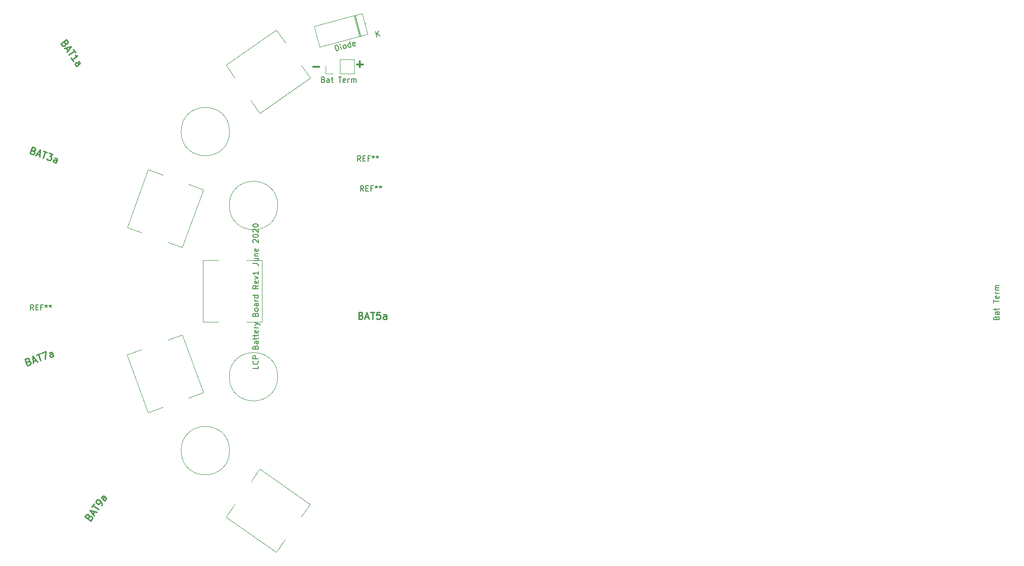
<source format=gbr>
G04 #@! TF.GenerationSoftware,KiCad,Pcbnew,(5.1.5)-3*
G04 #@! TF.CreationDate,2020-06-25T14:03:02-07:00*
G04 #@! TF.ProjectId,LCP_Battery,4c43505f-4261-4747-9465-72792e6b6963,rev?*
G04 #@! TF.SameCoordinates,Original*
G04 #@! TF.FileFunction,Legend,Top*
G04 #@! TF.FilePolarity,Positive*
%FSLAX46Y46*%
G04 Gerber Fmt 4.6, Leading zero omitted, Abs format (unit mm)*
G04 Created by KiCad (PCBNEW (5.1.5)-3) date 2020-06-25 14:03:02*
%MOMM*%
%LPD*%
G04 APERTURE LIST*
%ADD10C,0.150000*%
%ADD11C,0.300000*%
%ADD12C,0.120000*%
%ADD13C,0.100000*%
%ADD14C,0.254000*%
G04 APERTURE END LIST*
D10*
X105864920Y-102974443D02*
X105864920Y-103450634D01*
X104864920Y-103450634D01*
X105769682Y-102069681D02*
X105817301Y-102117300D01*
X105864920Y-102260158D01*
X105864920Y-102355396D01*
X105817301Y-102498253D01*
X105722063Y-102593491D01*
X105626825Y-102641110D01*
X105436349Y-102688729D01*
X105293492Y-102688729D01*
X105103016Y-102641110D01*
X105007778Y-102593491D01*
X104912540Y-102498253D01*
X104864920Y-102355396D01*
X104864920Y-102260158D01*
X104912540Y-102117300D01*
X104960159Y-102069681D01*
X105864920Y-101641110D02*
X104864920Y-101641110D01*
X104864920Y-101260158D01*
X104912540Y-101164920D01*
X104960159Y-101117300D01*
X105055397Y-101069681D01*
X105198254Y-101069681D01*
X105293492Y-101117300D01*
X105341111Y-101164920D01*
X105388730Y-101260158D01*
X105388730Y-101641110D01*
X105341111Y-99545872D02*
X105388730Y-99403015D01*
X105436349Y-99355396D01*
X105531587Y-99307777D01*
X105674444Y-99307777D01*
X105769682Y-99355396D01*
X105817301Y-99403015D01*
X105864920Y-99498253D01*
X105864920Y-99879205D01*
X104864920Y-99879205D01*
X104864920Y-99545872D01*
X104912540Y-99450634D01*
X104960159Y-99403015D01*
X105055397Y-99355396D01*
X105150635Y-99355396D01*
X105245873Y-99403015D01*
X105293492Y-99450634D01*
X105341111Y-99545872D01*
X105341111Y-99879205D01*
X105864920Y-98450634D02*
X105341111Y-98450634D01*
X105245873Y-98498253D01*
X105198254Y-98593491D01*
X105198254Y-98783967D01*
X105245873Y-98879205D01*
X105817301Y-98450634D02*
X105864920Y-98545872D01*
X105864920Y-98783967D01*
X105817301Y-98879205D01*
X105722063Y-98926824D01*
X105626825Y-98926824D01*
X105531587Y-98879205D01*
X105483968Y-98783967D01*
X105483968Y-98545872D01*
X105436349Y-98450634D01*
X105198254Y-98117300D02*
X105198254Y-97736348D01*
X104864920Y-97974443D02*
X105722063Y-97974443D01*
X105817301Y-97926824D01*
X105864920Y-97831586D01*
X105864920Y-97736348D01*
X105198254Y-97545872D02*
X105198254Y-97164920D01*
X104864920Y-97403015D02*
X105722063Y-97403015D01*
X105817301Y-97355396D01*
X105864920Y-97260158D01*
X105864920Y-97164920D01*
X105817301Y-96450634D02*
X105864920Y-96545872D01*
X105864920Y-96736348D01*
X105817301Y-96831586D01*
X105722063Y-96879205D01*
X105341111Y-96879205D01*
X105245873Y-96831586D01*
X105198254Y-96736348D01*
X105198254Y-96545872D01*
X105245873Y-96450634D01*
X105341111Y-96403015D01*
X105436349Y-96403015D01*
X105531587Y-96879205D01*
X105864920Y-95974443D02*
X105198254Y-95974443D01*
X105388730Y-95974443D02*
X105293492Y-95926824D01*
X105245873Y-95879205D01*
X105198254Y-95783967D01*
X105198254Y-95688729D01*
X105198254Y-95450634D02*
X105864920Y-95212539D01*
X105198254Y-94974443D02*
X105864920Y-95212539D01*
X106103016Y-95307777D01*
X106150635Y-95355396D01*
X106198254Y-95450634D01*
X105341111Y-93498253D02*
X105388730Y-93355396D01*
X105436349Y-93307777D01*
X105531587Y-93260158D01*
X105674444Y-93260158D01*
X105769682Y-93307777D01*
X105817301Y-93355396D01*
X105864920Y-93450634D01*
X105864920Y-93831586D01*
X104864920Y-93831586D01*
X104864920Y-93498253D01*
X104912540Y-93403015D01*
X104960159Y-93355396D01*
X105055397Y-93307777D01*
X105150635Y-93307777D01*
X105245873Y-93355396D01*
X105293492Y-93403015D01*
X105341111Y-93498253D01*
X105341111Y-93831586D01*
X105864920Y-92688729D02*
X105817301Y-92783967D01*
X105769682Y-92831586D01*
X105674444Y-92879205D01*
X105388730Y-92879205D01*
X105293492Y-92831586D01*
X105245873Y-92783967D01*
X105198254Y-92688729D01*
X105198254Y-92545872D01*
X105245873Y-92450634D01*
X105293492Y-92403015D01*
X105388730Y-92355396D01*
X105674444Y-92355396D01*
X105769682Y-92403015D01*
X105817301Y-92450634D01*
X105864920Y-92545872D01*
X105864920Y-92688729D01*
X105864920Y-91498253D02*
X105341111Y-91498253D01*
X105245873Y-91545872D01*
X105198254Y-91641110D01*
X105198254Y-91831586D01*
X105245873Y-91926824D01*
X105817301Y-91498253D02*
X105864920Y-91593491D01*
X105864920Y-91831586D01*
X105817301Y-91926824D01*
X105722063Y-91974443D01*
X105626825Y-91974443D01*
X105531587Y-91926824D01*
X105483968Y-91831586D01*
X105483968Y-91593491D01*
X105436349Y-91498253D01*
X105864920Y-91022062D02*
X105198254Y-91022062D01*
X105388730Y-91022062D02*
X105293492Y-90974443D01*
X105245873Y-90926824D01*
X105198254Y-90831586D01*
X105198254Y-90736348D01*
X105864920Y-89974443D02*
X104864920Y-89974443D01*
X105817301Y-89974443D02*
X105864920Y-90069681D01*
X105864920Y-90260158D01*
X105817301Y-90355396D01*
X105769682Y-90403015D01*
X105674444Y-90450634D01*
X105388730Y-90450634D01*
X105293492Y-90403015D01*
X105245873Y-90355396D01*
X105198254Y-90260158D01*
X105198254Y-90069681D01*
X105245873Y-89974443D01*
X105864920Y-88164920D02*
X105388730Y-88498253D01*
X105864920Y-88736348D02*
X104864920Y-88736348D01*
X104864920Y-88355396D01*
X104912540Y-88260158D01*
X104960159Y-88212539D01*
X105055397Y-88164920D01*
X105198254Y-88164920D01*
X105293492Y-88212539D01*
X105341111Y-88260158D01*
X105388730Y-88355396D01*
X105388730Y-88736348D01*
X105817301Y-87355396D02*
X105864920Y-87450634D01*
X105864920Y-87641110D01*
X105817301Y-87736348D01*
X105722063Y-87783967D01*
X105341111Y-87783967D01*
X105245873Y-87736348D01*
X105198254Y-87641110D01*
X105198254Y-87450634D01*
X105245873Y-87355396D01*
X105341111Y-87307777D01*
X105436349Y-87307777D01*
X105531587Y-87783967D01*
X105198254Y-86974443D02*
X105864920Y-86736348D01*
X105198254Y-86498253D01*
X105864920Y-85593491D02*
X105864920Y-86164920D01*
X105864920Y-85879205D02*
X104864920Y-85879205D01*
X105007778Y-85974443D01*
X105103016Y-86069681D01*
X105150635Y-86164920D01*
X104864920Y-84117300D02*
X105579206Y-84117300D01*
X105722063Y-84164920D01*
X105817301Y-84260158D01*
X105864920Y-84403015D01*
X105864920Y-84498253D01*
X105198254Y-83212539D02*
X105864920Y-83212539D01*
X105198254Y-83641110D02*
X105722063Y-83641110D01*
X105817301Y-83593491D01*
X105864920Y-83498253D01*
X105864920Y-83355396D01*
X105817301Y-83260158D01*
X105769682Y-83212539D01*
X105198254Y-82736348D02*
X105864920Y-82736348D01*
X105293492Y-82736348D02*
X105245873Y-82688729D01*
X105198254Y-82593491D01*
X105198254Y-82450634D01*
X105245873Y-82355396D01*
X105341111Y-82307777D01*
X105864920Y-82307777D01*
X105817301Y-81450634D02*
X105864920Y-81545872D01*
X105864920Y-81736348D01*
X105817301Y-81831586D01*
X105722063Y-81879205D01*
X105341111Y-81879205D01*
X105245873Y-81831586D01*
X105198254Y-81736348D01*
X105198254Y-81545872D01*
X105245873Y-81450634D01*
X105341111Y-81403015D01*
X105436349Y-81403015D01*
X105531587Y-81879205D01*
X104960159Y-80260158D02*
X104912540Y-80212539D01*
X104864920Y-80117300D01*
X104864920Y-79879205D01*
X104912540Y-79783967D01*
X104960159Y-79736348D01*
X105055397Y-79688729D01*
X105150635Y-79688729D01*
X105293492Y-79736348D01*
X105864920Y-80307777D01*
X105864920Y-79688729D01*
X104864920Y-79069681D02*
X104864920Y-78974443D01*
X104912540Y-78879205D01*
X104960159Y-78831586D01*
X105055397Y-78783967D01*
X105245873Y-78736348D01*
X105483968Y-78736348D01*
X105674444Y-78783967D01*
X105769682Y-78831586D01*
X105817301Y-78879205D01*
X105864920Y-78974443D01*
X105864920Y-79069681D01*
X105817301Y-79164920D01*
X105769682Y-79212539D01*
X105674444Y-79260158D01*
X105483968Y-79307777D01*
X105245873Y-79307777D01*
X105055397Y-79260158D01*
X104960159Y-79212539D01*
X104912540Y-79164920D01*
X104864920Y-79069681D01*
X104960159Y-78355396D02*
X104912540Y-78307777D01*
X104864920Y-78212539D01*
X104864920Y-77974443D01*
X104912540Y-77879205D01*
X104960159Y-77831586D01*
X105055397Y-77783967D01*
X105150635Y-77783967D01*
X105293492Y-77831586D01*
X105864920Y-78403015D01*
X105864920Y-77783967D01*
X104864920Y-77164920D02*
X104864920Y-77069681D01*
X104912540Y-76974443D01*
X104960159Y-76926824D01*
X105055397Y-76879205D01*
X105245873Y-76831586D01*
X105483968Y-76831586D01*
X105674444Y-76879205D01*
X105769682Y-76926824D01*
X105817301Y-76974443D01*
X105864920Y-77069681D01*
X105864920Y-77164920D01*
X105817301Y-77260158D01*
X105769682Y-77307777D01*
X105674444Y-77355396D01*
X105483968Y-77403015D01*
X105245873Y-77403015D01*
X105055397Y-77355396D01*
X104960159Y-77307777D01*
X104912540Y-77260158D01*
X104864920Y-77164920D01*
D11*
X115918051Y-47973442D02*
X117060908Y-47973442D01*
X123957151Y-47503542D02*
X125100008Y-47503542D01*
X124528580Y-48074971D02*
X124528580Y-46932114D01*
D12*
X118235420Y-49242020D02*
X118235420Y-47912020D01*
X119565420Y-49242020D02*
X118235420Y-49242020D01*
X120835420Y-49242020D02*
X120835420Y-46582020D01*
X120835420Y-46582020D02*
X123435420Y-46582020D01*
X120835420Y-49242020D02*
X123435420Y-49242020D01*
X123435420Y-49242020D02*
X123435420Y-46582020D01*
D13*
X106533186Y-94834606D02*
X103673186Y-94834606D01*
X106533186Y-83534606D02*
X106533186Y-94834606D01*
X103673186Y-83534606D02*
X106533186Y-83534606D01*
X95733186Y-94834606D02*
X98593186Y-94834606D01*
X95733186Y-83534606D02*
X95733186Y-94834606D01*
X98593186Y-83534606D02*
X95733186Y-83534606D01*
D12*
X124676275Y-42315315D02*
X123656528Y-38509567D01*
X124444452Y-42377432D02*
X123424705Y-38571684D01*
X124560363Y-42346373D02*
X123540616Y-38540626D01*
X116492120Y-42468759D02*
X116627350Y-42432524D01*
X125591142Y-40030683D02*
X125455912Y-40066918D01*
X117137223Y-44335398D02*
X125965786Y-41969792D01*
X116117476Y-40529650D02*
X117137223Y-44335398D01*
X124946039Y-38164044D02*
X116117476Y-40529650D01*
X125965786Y-41969792D02*
X124946039Y-38164044D01*
D13*
X115367661Y-128361829D02*
X113727232Y-130704604D01*
X106111242Y-121880415D02*
X115367661Y-128361829D01*
X104470814Y-124223190D02*
X106111242Y-121880415D01*
X109173035Y-137208671D02*
X110813464Y-134865896D01*
X99916617Y-130727258D02*
X109173035Y-137208671D01*
X101557046Y-128384483D02*
X99916617Y-130727258D01*
D12*
X100584000Y-118524020D02*
G75*
G03X100584000Y-118524020I-4445000J0D01*
G01*
D13*
X95786083Y-107824580D02*
X93098562Y-108802758D01*
X91921255Y-97206054D02*
X95786083Y-107824580D01*
X89233734Y-98184231D02*
X91921255Y-97206054D01*
X85637402Y-111518398D02*
X88324923Y-110540220D01*
X81772575Y-100899871D02*
X85637402Y-111518398D01*
X84460096Y-99921693D02*
X81772575Y-100899871D01*
D12*
X109425637Y-104942340D02*
G75*
G03X109425637Y-104942340I-4445000J0D01*
G01*
X109425637Y-73456872D02*
G75*
G03X109425637Y-73456872I-4445000J0D01*
G01*
D13*
X91931516Y-81164968D02*
X89243995Y-80186790D01*
X95796343Y-70546441D02*
X91931516Y-81164968D01*
X93108822Y-69568263D02*
X95796343Y-70546441D01*
X81782835Y-77471150D02*
X84470356Y-78449328D01*
X85647663Y-66852624D02*
X81782835Y-77471150D01*
X88335184Y-67830801D02*
X85647663Y-66852624D01*
D12*
X100584000Y-59875192D02*
G75*
G03X100584000Y-59875192I-4445000J0D01*
G01*
D13*
X110838038Y-43516108D02*
X109197610Y-41173333D01*
X109197610Y-41173333D02*
X99941191Y-47654747D01*
X99941191Y-47654747D02*
X101581620Y-49997522D01*
X113751806Y-47677401D02*
X115392235Y-50020176D01*
X115392235Y-50020176D02*
X106135817Y-56501589D01*
X106135817Y-56501589D02*
X104495388Y-54158814D01*
D10*
X241320011Y-94136173D02*
X241367630Y-93993316D01*
X241415249Y-93945697D01*
X241510487Y-93898078D01*
X241653344Y-93898078D01*
X241748582Y-93945697D01*
X241796201Y-93993316D01*
X241843820Y-94088554D01*
X241843820Y-94469506D01*
X240843820Y-94469506D01*
X240843820Y-94136173D01*
X240891440Y-94040935D01*
X240939059Y-93993316D01*
X241034297Y-93945697D01*
X241129535Y-93945697D01*
X241224773Y-93993316D01*
X241272392Y-94040935D01*
X241320011Y-94136173D01*
X241320011Y-94469506D01*
X241843820Y-93040935D02*
X241320011Y-93040935D01*
X241224773Y-93088554D01*
X241177154Y-93183792D01*
X241177154Y-93374268D01*
X241224773Y-93469506D01*
X241796201Y-93040935D02*
X241843820Y-93136173D01*
X241843820Y-93374268D01*
X241796201Y-93469506D01*
X241700963Y-93517125D01*
X241605725Y-93517125D01*
X241510487Y-93469506D01*
X241462868Y-93374268D01*
X241462868Y-93136173D01*
X241415249Y-93040935D01*
X241177154Y-92707601D02*
X241177154Y-92326649D01*
X240843820Y-92564744D02*
X241700963Y-92564744D01*
X241796201Y-92517125D01*
X241843820Y-92421887D01*
X241843820Y-92326649D01*
X240843820Y-91374268D02*
X240843820Y-90802840D01*
X241843820Y-91088554D02*
X240843820Y-91088554D01*
X241796201Y-90088554D02*
X241843820Y-90183792D01*
X241843820Y-90374268D01*
X241796201Y-90469506D01*
X241700963Y-90517125D01*
X241320011Y-90517125D01*
X241224773Y-90469506D01*
X241177154Y-90374268D01*
X241177154Y-90183792D01*
X241224773Y-90088554D01*
X241320011Y-90040935D01*
X241415249Y-90040935D01*
X241510487Y-90517125D01*
X241843820Y-89612363D02*
X241177154Y-89612363D01*
X241367630Y-89612363D02*
X241272392Y-89564744D01*
X241224773Y-89517125D01*
X241177154Y-89421887D01*
X241177154Y-89326649D01*
X241843820Y-88993316D02*
X241177154Y-88993316D01*
X241272392Y-88993316D02*
X241224773Y-88945697D01*
X241177154Y-88850459D01*
X241177154Y-88707601D01*
X241224773Y-88612363D01*
X241320011Y-88564744D01*
X241843820Y-88564744D01*
X241320011Y-88564744D02*
X241224773Y-88517125D01*
X241177154Y-88421887D01*
X241177154Y-88279030D01*
X241224773Y-88183792D01*
X241320011Y-88136173D01*
X241843820Y-88136173D01*
X117806506Y-50296771D02*
X117949363Y-50344390D01*
X117996982Y-50392009D01*
X118044601Y-50487247D01*
X118044601Y-50630104D01*
X117996982Y-50725342D01*
X117949363Y-50772961D01*
X117854125Y-50820580D01*
X117473173Y-50820580D01*
X117473173Y-49820580D01*
X117806506Y-49820580D01*
X117901744Y-49868200D01*
X117949363Y-49915819D01*
X117996982Y-50011057D01*
X117996982Y-50106295D01*
X117949363Y-50201533D01*
X117901744Y-50249152D01*
X117806506Y-50296771D01*
X117473173Y-50296771D01*
X118901744Y-50820580D02*
X118901744Y-50296771D01*
X118854125Y-50201533D01*
X118758887Y-50153914D01*
X118568411Y-50153914D01*
X118473173Y-50201533D01*
X118901744Y-50772961D02*
X118806506Y-50820580D01*
X118568411Y-50820580D01*
X118473173Y-50772961D01*
X118425554Y-50677723D01*
X118425554Y-50582485D01*
X118473173Y-50487247D01*
X118568411Y-50439628D01*
X118806506Y-50439628D01*
X118901744Y-50392009D01*
X119235078Y-50153914D02*
X119616030Y-50153914D01*
X119377935Y-49820580D02*
X119377935Y-50677723D01*
X119425554Y-50772961D01*
X119520792Y-50820580D01*
X119616030Y-50820580D01*
X120568411Y-49820580D02*
X121139840Y-49820580D01*
X120854125Y-50820580D02*
X120854125Y-49820580D01*
X121854125Y-50772961D02*
X121758887Y-50820580D01*
X121568411Y-50820580D01*
X121473173Y-50772961D01*
X121425554Y-50677723D01*
X121425554Y-50296771D01*
X121473173Y-50201533D01*
X121568411Y-50153914D01*
X121758887Y-50153914D01*
X121854125Y-50201533D01*
X121901744Y-50296771D01*
X121901744Y-50392009D01*
X121425554Y-50487247D01*
X122330316Y-50820580D02*
X122330316Y-50153914D01*
X122330316Y-50344390D02*
X122377935Y-50249152D01*
X122425554Y-50201533D01*
X122520792Y-50153914D01*
X122616030Y-50153914D01*
X122949363Y-50820580D02*
X122949363Y-50153914D01*
X122949363Y-50249152D02*
X122996982Y-50201533D01*
X123092220Y-50153914D01*
X123235078Y-50153914D01*
X123330316Y-50201533D01*
X123377935Y-50296771D01*
X123377935Y-50820580D01*
X123377935Y-50296771D02*
X123425554Y-50201533D01*
X123520792Y-50153914D01*
X123663649Y-50153914D01*
X123758887Y-50201533D01*
X123806506Y-50296771D01*
X123806506Y-50820580D01*
D14*
X124708073Y-93663225D02*
X124889501Y-93723701D01*
X124949978Y-93784178D01*
X125010454Y-93905130D01*
X125010454Y-94086559D01*
X124949978Y-94207511D01*
X124889501Y-94267987D01*
X124768549Y-94328463D01*
X124284740Y-94328463D01*
X124284740Y-93058463D01*
X124708073Y-93058463D01*
X124829025Y-93118940D01*
X124889501Y-93179416D01*
X124949978Y-93300368D01*
X124949978Y-93421320D01*
X124889501Y-93542273D01*
X124829025Y-93602749D01*
X124708073Y-93663225D01*
X124284740Y-93663225D01*
X125494263Y-93965606D02*
X126099025Y-93965606D01*
X125373311Y-94328463D02*
X125796644Y-93058463D01*
X126219978Y-94328463D01*
X126461882Y-93058463D02*
X127187597Y-93058463D01*
X126824740Y-94328463D02*
X126824740Y-93058463D01*
X128215692Y-93058463D02*
X127610930Y-93058463D01*
X127550454Y-93663225D01*
X127610930Y-93602749D01*
X127731882Y-93542273D01*
X128034263Y-93542273D01*
X128155216Y-93602749D01*
X128215692Y-93663225D01*
X128276168Y-93784178D01*
X128276168Y-94086559D01*
X128215692Y-94207511D01*
X128155216Y-94267987D01*
X128034263Y-94328463D01*
X127731882Y-94328463D01*
X127610930Y-94267987D01*
X127550454Y-94207511D01*
X129364740Y-94328463D02*
X129364740Y-93663225D01*
X129304263Y-93542273D01*
X129183311Y-93481797D01*
X128941406Y-93481797D01*
X128820454Y-93542273D01*
X129364740Y-94267987D02*
X129243787Y-94328463D01*
X128941406Y-94328463D01*
X128820454Y-94267987D01*
X128759978Y-94147035D01*
X128759978Y-94026082D01*
X128820454Y-93905130D01*
X128941406Y-93844654D01*
X129243787Y-93844654D01*
X129364740Y-93784178D01*
D10*
X120156544Y-45029989D02*
X119897725Y-44064063D01*
X120127708Y-44002439D01*
X120278022Y-44011461D01*
X120394664Y-44078805D01*
X120465310Y-44158473D01*
X120560605Y-44330134D01*
X120597579Y-44468124D01*
X120600882Y-44664434D01*
X120579535Y-44768752D01*
X120512191Y-44885394D01*
X120386527Y-44968365D01*
X120156544Y-45029989D01*
X121122470Y-44771169D02*
X120949924Y-44127219D01*
X120863651Y-43805244D02*
X120829979Y-43863565D01*
X120888301Y-43897237D01*
X120921972Y-43838915D01*
X120863651Y-43805244D01*
X120888301Y-43897237D01*
X121720424Y-44610948D02*
X121616107Y-44589601D01*
X121557785Y-44555929D01*
X121487139Y-44476261D01*
X121413191Y-44200282D01*
X121434538Y-44095965D01*
X121468210Y-44037644D01*
X121547878Y-43966998D01*
X121685868Y-43930023D01*
X121790185Y-43951371D01*
X121848506Y-43985042D01*
X121919152Y-44064710D01*
X121993101Y-44340689D01*
X121971754Y-44445007D01*
X121938082Y-44503328D01*
X121858414Y-44573974D01*
X121720424Y-44610948D01*
X122870336Y-44302830D02*
X122611517Y-43336904D01*
X122858011Y-44256834D02*
X122778343Y-44327480D01*
X122594357Y-44376779D01*
X122490039Y-44355432D01*
X122431718Y-44321760D01*
X122361072Y-44242092D01*
X122287124Y-43966113D01*
X122308471Y-43861795D01*
X122342143Y-43803474D01*
X122421811Y-43732828D01*
X122605797Y-43683529D01*
X122710115Y-43704876D01*
X123685948Y-44034989D02*
X123606279Y-44105635D01*
X123422294Y-44154934D01*
X123317976Y-44133587D01*
X123247330Y-44053918D01*
X123148732Y-43685947D01*
X123170079Y-43581629D01*
X123249747Y-43510983D01*
X123433733Y-43461684D01*
X123538051Y-43483031D01*
X123608697Y-43562699D01*
X123633346Y-43654692D01*
X123198031Y-43869933D01*
X127660530Y-42429194D02*
X127401711Y-41463268D01*
X128212487Y-42281297D02*
X127650623Y-41840262D01*
X127953668Y-41315371D02*
X127549607Y-42015226D01*
X64592366Y-92702640D02*
X64259033Y-92226450D01*
X64020938Y-92702640D02*
X64020938Y-91702640D01*
X64401890Y-91702640D01*
X64497128Y-91750260D01*
X64544747Y-91797879D01*
X64592366Y-91893117D01*
X64592366Y-92035974D01*
X64544747Y-92131212D01*
X64497128Y-92178831D01*
X64401890Y-92226450D01*
X64020938Y-92226450D01*
X65020938Y-92178831D02*
X65354271Y-92178831D01*
X65497128Y-92702640D02*
X65020938Y-92702640D01*
X65020938Y-91702640D01*
X65497128Y-91702640D01*
X66259033Y-92178831D02*
X65925700Y-92178831D01*
X65925700Y-92702640D02*
X65925700Y-91702640D01*
X66401890Y-91702640D01*
X66925700Y-91702640D02*
X66925700Y-91940736D01*
X66687604Y-91845498D02*
X66925700Y-91940736D01*
X67163795Y-91845498D01*
X66782842Y-92131212D02*
X66925700Y-91940736D01*
X67068557Y-92131212D01*
X67687604Y-91702640D02*
X67687604Y-91940736D01*
X67449509Y-91845498D02*
X67687604Y-91940736D01*
X67925700Y-91845498D01*
X67544747Y-92131212D02*
X67687604Y-91940736D01*
X67830461Y-92131212D01*
X125191686Y-70800220D02*
X124858353Y-70324030D01*
X124620258Y-70800220D02*
X124620258Y-69800220D01*
X125001210Y-69800220D01*
X125096448Y-69847840D01*
X125144067Y-69895459D01*
X125191686Y-69990697D01*
X125191686Y-70133554D01*
X125144067Y-70228792D01*
X125096448Y-70276411D01*
X125001210Y-70324030D01*
X124620258Y-70324030D01*
X125620258Y-70276411D02*
X125953591Y-70276411D01*
X126096448Y-70800220D02*
X125620258Y-70800220D01*
X125620258Y-69800220D01*
X126096448Y-69800220D01*
X126858353Y-70276411D02*
X126525020Y-70276411D01*
X126525020Y-70800220D02*
X126525020Y-69800220D01*
X127001210Y-69800220D01*
X127525020Y-69800220D02*
X127525020Y-70038316D01*
X127286924Y-69943078D02*
X127525020Y-70038316D01*
X127763115Y-69943078D01*
X127382162Y-70228792D02*
X127525020Y-70038316D01*
X127667877Y-70228792D01*
X128286924Y-69800220D02*
X128286924Y-70038316D01*
X128048829Y-69943078D02*
X128286924Y-70038316D01*
X128525020Y-69943078D01*
X128144067Y-70228792D02*
X128286924Y-70038316D01*
X128429781Y-70228792D01*
X124637966Y-65336680D02*
X124304633Y-64860490D01*
X124066538Y-65336680D02*
X124066538Y-64336680D01*
X124447490Y-64336680D01*
X124542728Y-64384300D01*
X124590347Y-64431919D01*
X124637966Y-64527157D01*
X124637966Y-64670014D01*
X124590347Y-64765252D01*
X124542728Y-64812871D01*
X124447490Y-64860490D01*
X124066538Y-64860490D01*
X125066538Y-64812871D02*
X125399871Y-64812871D01*
X125542728Y-65336680D02*
X125066538Y-65336680D01*
X125066538Y-64336680D01*
X125542728Y-64336680D01*
X126304633Y-64812871D02*
X125971300Y-64812871D01*
X125971300Y-65336680D02*
X125971300Y-64336680D01*
X126447490Y-64336680D01*
X126971300Y-64336680D02*
X126971300Y-64574776D01*
X126733204Y-64479538D02*
X126971300Y-64574776D01*
X127209395Y-64479538D01*
X126828442Y-64765252D02*
X126971300Y-64574776D01*
X127114157Y-64765252D01*
X127733204Y-64336680D02*
X127733204Y-64574776D01*
X127495109Y-64479538D02*
X127733204Y-64574776D01*
X127971300Y-64479538D01*
X127590347Y-64765252D02*
X127733204Y-64574776D01*
X127876061Y-64765252D01*
D14*
X74792241Y-130703680D02*
X74945843Y-130589750D01*
X75030070Y-130574898D01*
X75163836Y-130594735D01*
X75312454Y-130698798D01*
X75376844Y-130817712D01*
X75391696Y-130901939D01*
X75371859Y-131035705D01*
X75094358Y-131432019D01*
X74054035Y-130703577D01*
X74296849Y-130356803D01*
X74415763Y-130292412D01*
X74499990Y-130277560D01*
X74633756Y-130297397D01*
X74732835Y-130366772D01*
X74797225Y-130485687D01*
X74812077Y-130569914D01*
X74792241Y-130703680D01*
X74549427Y-131050454D01*
X75490877Y-130233109D02*
X75837754Y-129737717D01*
X75718737Y-130540314D02*
X74921228Y-129465097D01*
X76204365Y-129846765D01*
X75302792Y-128920166D02*
X75719045Y-128325696D01*
X76551242Y-129351373D02*
X75510919Y-128622931D01*
X77036870Y-128657824D02*
X77175621Y-128459667D01*
X77195457Y-128325901D01*
X77180606Y-128241674D01*
X77101363Y-128038533D01*
X76937894Y-127850243D01*
X76541581Y-127572741D01*
X76407815Y-127552905D01*
X76323588Y-127567756D01*
X76204673Y-127632147D01*
X76065922Y-127830304D01*
X76046086Y-127964070D01*
X76060937Y-128048297D01*
X76125328Y-128167211D01*
X76373024Y-128340650D01*
X76506790Y-128360486D01*
X76591017Y-128345635D01*
X76709932Y-128281244D01*
X76848683Y-128083087D01*
X76868519Y-127949321D01*
X76853667Y-127865094D01*
X76789277Y-127746180D01*
X78008126Y-127270727D02*
X77463195Y-126889162D01*
X77329429Y-126869325D01*
X77210514Y-126933716D01*
X77071763Y-127131873D01*
X77051927Y-127265639D01*
X77958587Y-127236039D02*
X77938751Y-127369805D01*
X77765312Y-127617501D01*
X77646397Y-127681892D01*
X77512631Y-127662055D01*
X77413553Y-127592680D01*
X77349162Y-127473765D01*
X77368998Y-127339999D01*
X77542437Y-127092303D01*
X77562273Y-126958537D01*
X63656737Y-102111699D02*
X63847909Y-102106475D01*
X63925422Y-102142620D01*
X64023619Y-102235594D01*
X64085671Y-102406081D01*
X64070210Y-102540424D01*
X64034065Y-102617937D01*
X63941091Y-102716134D01*
X63486459Y-102881606D01*
X63052093Y-101688197D01*
X63449897Y-101543408D01*
X63584239Y-101558869D01*
X63661752Y-101595014D01*
X63759949Y-101687988D01*
X63801317Y-101801646D01*
X63785856Y-101935988D01*
X63749711Y-102013501D01*
X63656737Y-102111699D01*
X63258934Y-102256487D01*
X64498935Y-102126951D02*
X65067225Y-101920110D01*
X64509381Y-102509293D02*
X64472819Y-101171095D01*
X65304988Y-102219716D01*
X65097938Y-100943570D02*
X65779887Y-100695361D01*
X65873278Y-102012875D02*
X65438913Y-100819466D01*
X66064032Y-100591941D02*
X66859638Y-100302364D01*
X66782543Y-101681930D01*
X68260097Y-101144144D02*
X68032573Y-100519025D01*
X67934375Y-100426051D01*
X67800033Y-100410590D01*
X67572717Y-100493326D01*
X67479743Y-100591523D01*
X68239413Y-101087315D02*
X68146439Y-101185512D01*
X67862294Y-101288933D01*
X67727952Y-101273472D01*
X67629755Y-101180498D01*
X67588387Y-101066840D01*
X67603848Y-100932498D01*
X67696822Y-100834300D01*
X67980967Y-100730880D01*
X68073941Y-100632683D01*
X64579850Y-63424873D02*
X64729653Y-63543755D01*
X64765798Y-63621268D01*
X64781258Y-63755610D01*
X64719206Y-63926097D01*
X64621009Y-64019071D01*
X64543496Y-64055216D01*
X64409154Y-64070677D01*
X63954522Y-63905204D01*
X64388887Y-62711794D01*
X64786690Y-62856583D01*
X64879664Y-62954780D01*
X64915809Y-63032293D01*
X64931270Y-63166635D01*
X64889902Y-63280294D01*
X64791705Y-63373267D01*
X64714192Y-63409412D01*
X64579850Y-63424873D01*
X64182046Y-63280085D01*
X65215207Y-63977911D02*
X65783497Y-64184752D01*
X64977444Y-64277517D02*
X65809613Y-63228896D01*
X65773050Y-64567095D01*
X66434732Y-63456421D02*
X67116681Y-63704630D01*
X66341341Y-64773935D02*
X66775706Y-63580526D01*
X67400826Y-63808050D02*
X68139603Y-64076943D01*
X67576327Y-64386787D01*
X67746814Y-64448839D01*
X67839788Y-64547037D01*
X67875933Y-64624550D01*
X67891394Y-64758892D01*
X67787974Y-65043037D01*
X67689777Y-65136011D01*
X67612264Y-65172156D01*
X67477921Y-65187617D01*
X67136947Y-65063512D01*
X67043973Y-64965315D01*
X67007828Y-64887802D01*
X68728160Y-65642666D02*
X68955685Y-65017547D01*
X68940224Y-64883205D01*
X68847250Y-64785008D01*
X68619934Y-64702272D01*
X68485592Y-64717732D01*
X68748844Y-65585837D02*
X68614502Y-65601298D01*
X68330357Y-65497878D01*
X68237383Y-65399681D01*
X68221922Y-65265339D01*
X68263290Y-65151681D01*
X68361487Y-65058707D01*
X68495829Y-65043246D01*
X68779975Y-65146666D01*
X68914317Y-65131205D01*
X70381558Y-43662316D02*
X70436082Y-43845621D01*
X70421231Y-43929848D01*
X70356840Y-44048763D01*
X70208222Y-44152826D01*
X70074456Y-44172662D01*
X69990229Y-44157811D01*
X69871315Y-44093420D01*
X69593813Y-43697107D01*
X70634136Y-42968665D01*
X70876950Y-43315439D01*
X70896786Y-43449205D01*
X70881935Y-43533432D01*
X70817544Y-43652347D01*
X70718466Y-43721722D01*
X70584700Y-43741558D01*
X70500473Y-43726707D01*
X70381558Y-43662316D01*
X70138744Y-43315542D01*
X70584803Y-44479764D02*
X70931680Y-44975156D01*
X70218192Y-44588812D02*
X71501329Y-44207144D01*
X70703820Y-45282361D01*
X71882894Y-44752076D02*
X72299147Y-45346546D01*
X71050697Y-45777753D02*
X72091020Y-45049311D01*
X71883202Y-46966694D02*
X71466950Y-46372223D01*
X71675076Y-46669458D02*
X72715399Y-45941016D01*
X72497406Y-45946001D01*
X72328952Y-45916298D01*
X72210038Y-45851907D01*
X72507581Y-47858399D02*
X73052512Y-47476834D01*
X73116903Y-47357919D01*
X73097067Y-47224153D01*
X72958316Y-47025997D01*
X72839401Y-46961606D01*
X72557120Y-47823711D02*
X72438206Y-47759321D01*
X72264767Y-47511625D01*
X72244931Y-47377859D01*
X72309322Y-47258944D01*
X72408400Y-47189568D01*
X72542166Y-47169732D01*
X72661081Y-47234123D01*
X72834519Y-47481819D01*
X72953434Y-47546210D01*
M02*

</source>
